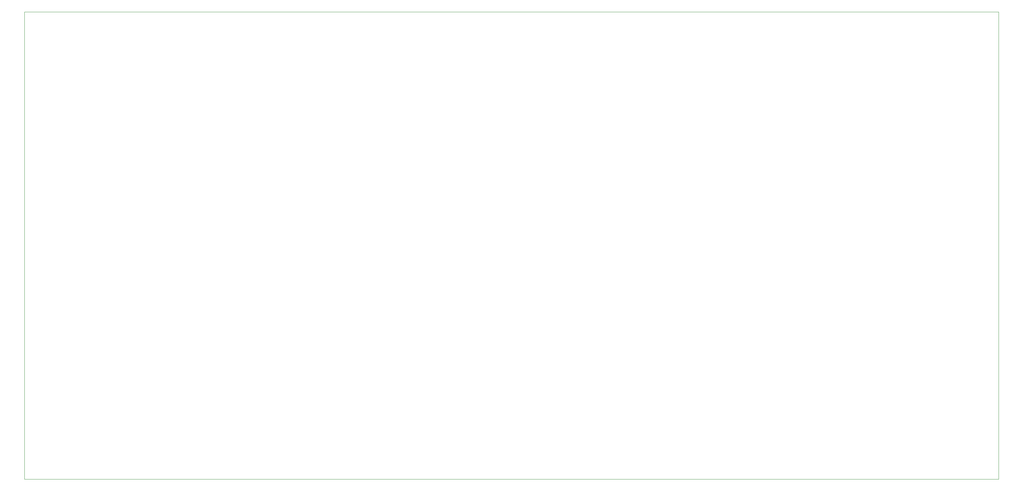
<source format=gbr>
%TF.GenerationSoftware,KiCad,Pcbnew,7.0.7*%
%TF.CreationDate,2023-09-16T22:54:16+02:00*%
%TF.ProjectId,AstroDebugMotor,41737472-6f44-4656-9275-674d6f746f72,01*%
%TF.SameCoordinates,Original*%
%TF.FileFunction,Profile,NP*%
%FSLAX46Y46*%
G04 Gerber Fmt 4.6, Leading zero omitted, Abs format (unit mm)*
G04 Created by KiCad (PCBNEW 7.0.7) date 2023-09-16 22:54:16*
%MOMM*%
%LPD*%
G01*
G04 APERTURE LIST*
%TA.AperFunction,Profile*%
%ADD10C,0.100000*%
%TD*%
G04 APERTURE END LIST*
D10*
X20000000Y-50000000D02*
X270000000Y-50000000D01*
X270000000Y-170000000D01*
X20000000Y-170000000D01*
X20000000Y-50000000D01*
M02*

</source>
